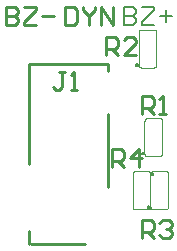
<source format=gto>
%FSTAX42Y42*%
%MOMM*%
%SFA1B1*%

%IPPOS*%
%ADD16C,0.130000*%
%ADD17C,0.050000*%
%ADD18C,0.250000*%
%ADD19C,0.200000*%
%LNpcb1-1*%
%LPD*%
G54D16*
X006066Y009509D02*
D01*
X006066Y00951*
X006066Y00951*
X006066Y009511*
X006066Y009511*
X006066Y009512*
X006066Y009512*
X006066Y009513*
X006065Y009513*
X006065Y009514*
X006065Y009514*
X006065Y009514*
X006064Y009515*
X006064Y009515*
X006063Y009515*
X006063Y009516*
X006063Y009516*
X006062Y009516*
X006062Y009516*
X006061Y009516*
X006061Y009516*
X00606Y009516*
X00606Y009516*
X006059*
X006059Y009516*
X006058Y009516*
X006058Y009516*
X006057Y009516*
X006057Y009516*
X006056Y009516*
X006056Y009516*
X006056Y009515*
X006055Y009515*
X006055Y009515*
X006054Y009514*
X006054Y009514*
X006054Y009514*
X006054Y009513*
X006053Y009513*
X006053Y009512*
X006053Y009512*
X006053Y009511*
X006053Y009511*
X006053Y00951*
X006053Y00951*
X006052Y009509*
X006053Y009509*
X006053Y009509*
X006053Y009508*
X006053Y009508*
X006053Y009507*
X006053Y009507*
X006053Y009506*
X006054Y009506*
X006054Y009505*
X006054Y009505*
X006054Y009505*
X006055Y009504*
X006055Y009504*
X006056Y009504*
X006056Y009503*
X006056Y009503*
X006057Y009503*
X006057Y009503*
X006058Y009503*
X006058Y009503*
X006059Y009503*
X006059Y009503*
X00606*
X00606Y009503*
X006061Y009503*
X006061Y009503*
X006062Y009503*
X006062Y009503*
X006063Y009503*
X006063Y009503*
X006063Y009504*
X006064Y009504*
X006064Y009504*
X006065Y009505*
X006065Y009505*
X006065Y009505*
X006065Y009506*
X006066Y009506*
X006066Y009507*
X006066Y009507*
X006066Y009508*
X006066Y009508*
X006066Y009509*
X006066Y009509*
X006066Y009509*
X006116Y008759D02*
D01*
X006116Y00876*
X006116Y00876*
X006116Y008761*
X006116Y008761*
X006116Y008762*
X006116Y008762*
X006116Y008763*
X006115Y008763*
X006115Y008764*
X006115Y008764*
X006115Y008764*
X006114Y008765*
X006114Y008765*
X006113Y008765*
X006113Y008766*
X006113Y008766*
X006112Y008766*
X006112Y008766*
X006111Y008766*
X006111Y008766*
X00611Y008766*
X00611Y008766*
X006109*
X006109Y008766*
X006108Y008766*
X006108Y008766*
X006107Y008766*
X006107Y008766*
X006106Y008766*
X006106Y008766*
X006106Y008765*
X006105Y008765*
X006105Y008765*
X006104Y008764*
X006104Y008764*
X006104Y008764*
X006104Y008763*
X006103Y008763*
X006103Y008762*
X006103Y008762*
X006103Y008761*
X006103Y008761*
X006103Y00876*
X006103Y00876*
X006102Y008759*
X006103Y008759*
X006103Y008759*
X006103Y008758*
X006103Y008758*
X006103Y008757*
X006103Y008757*
X006103Y008756*
X006104Y008756*
X006104Y008755*
X006104Y008755*
X006104Y008755*
X006105Y008754*
X006105Y008754*
X006106Y008754*
X006106Y008753*
X006106Y008753*
X006107Y008753*
X006107Y008753*
X006108Y008753*
X006108Y008753*
X006109Y008753*
X006109Y008753*
X00611*
X00611Y008753*
X006111Y008753*
X006111Y008753*
X006112Y008753*
X006112Y008753*
X006113Y008753*
X006113Y008753*
X006113Y008754*
X006114Y008754*
X006114Y008754*
X006115Y008755*
X006115Y008755*
X006115Y008755*
X006115Y008756*
X006116Y008756*
X006116Y008757*
X006116Y008757*
X006116Y008758*
X006116Y008758*
X006116Y008759*
X006116Y008759*
X006116Y008759*
X006166Y008309D02*
D01*
X006166Y00831*
X006166Y00831*
X006166Y008311*
X006166Y008311*
X006166Y008312*
X006166Y008312*
X006166Y008313*
X006165Y008313*
X006165Y008314*
X006165Y008314*
X006165Y008314*
X006164Y008315*
X006164Y008315*
X006163Y008315*
X006163Y008316*
X006163Y008316*
X006162Y008316*
X006162Y008316*
X006161Y008316*
X006161Y008316*
X00616Y008316*
X00616Y008316*
X006159*
X006159Y008316*
X006158Y008316*
X006158Y008316*
X006157Y008316*
X006157Y008316*
X006156Y008316*
X006156Y008316*
X006156Y008315*
X006155Y008315*
X006155Y008315*
X006154Y008314*
X006154Y008314*
X006154Y008314*
X006154Y008313*
X006153Y008313*
X006153Y008312*
X006153Y008312*
X006153Y008311*
X006153Y008311*
X006153Y00831*
X006153Y00831*
X006152Y008309*
X006153Y008309*
X006153Y008309*
X006153Y008308*
X006153Y008308*
X006153Y008307*
X006153Y008307*
X006153Y008306*
X006154Y008306*
X006154Y008305*
X006154Y008305*
X006154Y008305*
X006155Y008304*
X006155Y008304*
X006156Y008304*
X006156Y008303*
X006156Y008303*
X006157Y008303*
X006157Y008303*
X006158Y008303*
X006158Y008303*
X006159Y008303*
X006159Y008303*
X00616*
X00616Y008303*
X006161Y008303*
X006161Y008303*
X006162Y008303*
X006162Y008303*
X006163Y008303*
X006163Y008303*
X006163Y008304*
X006164Y008304*
X006164Y008304*
X006165Y008305*
X006165Y008305*
X006165Y008305*
X006165Y008306*
X006166Y008306*
X006166Y008307*
X006166Y008307*
X006166Y008308*
X006166Y008308*
X006166Y008309*
X006166Y008309*
X006166Y008309*
X006196Y008589D02*
D01*
X006196Y00859*
X006196Y00859*
X006196Y008591*
X006196Y008591*
X006196Y008592*
X006196Y008592*
X006196Y008593*
X006195Y008593*
X006195Y008594*
X006195Y008594*
X006195Y008594*
X006194Y008595*
X006194Y008595*
X006193Y008595*
X006193Y008596*
X006193Y008596*
X006192Y008596*
X006192Y008596*
X006191Y008596*
X006191Y008596*
X00619Y008596*
X00619Y008596*
X006189*
X006189Y008596*
X006188Y008596*
X006188Y008596*
X006187Y008596*
X006187Y008596*
X006186Y008596*
X006186Y008596*
X006186Y008595*
X006185Y008595*
X006185Y008595*
X006184Y008594*
X006184Y008594*
X006184Y008594*
X006184Y008593*
X006183Y008593*
X006183Y008592*
X006183Y008592*
X006183Y008591*
X006183Y008591*
X006183Y00859*
X006183Y00859*
X006182Y008589*
X006183Y008589*
X006183Y008589*
X006183Y008588*
X006183Y008588*
X006183Y008587*
X006183Y008587*
X006183Y008586*
X006184Y008586*
X006184Y008585*
X006184Y008585*
X006184Y008585*
X006185Y008584*
X006185Y008584*
X006186Y008584*
X006186Y008583*
X006186Y008583*
X006187Y008583*
X006187Y008583*
X006188Y008583*
X006188Y008583*
X006189Y008583*
X006189Y008583*
X00619*
X00619Y008583*
X006191Y008583*
X006191Y008583*
X006192Y008583*
X006192Y008583*
X006193Y008583*
X006193Y008583*
X006193Y008584*
X006194Y008584*
X006194Y008584*
X006195Y008585*
X006195Y008585*
X006195Y008585*
X006195Y008586*
X006196Y008586*
X006196Y008587*
X006196Y008587*
X006196Y008588*
X006196Y008588*
X006196Y008589*
X006196Y008589*
X006196Y008589*
G54D17*
X006094Y009809D02*
D01*
X006093Y009809*
X006092Y009809*
X00609Y009809*
X006089Y009809*
X006088Y009808*
X006086Y009808*
X006085Y009807*
X006084Y009806*
X006083Y009806*
X006082Y009805*
X006081Y009804*
X00608Y009803*
X006079Y009802*
X006078Y009801*
X006077Y009799*
X006077Y009798*
X006076Y009797*
X006075Y009796*
X006075Y009794*
X006075Y009793*
X006075Y009792*
X006075Y00979*
X006074Y009789*
X006224D02*
D01*
X006224Y009791*
X006224Y009792*
X006224Y009794*
X006224Y009795*
X006223Y009796*
X006223Y009798*
X006222Y009799*
X006221Y0098*
X006221Y009801*
X00622Y009802*
X006219Y009803*
X006218Y009804*
X006217Y009805*
X006216Y009806*
X006214Y009807*
X006213Y009807*
X006212Y009808*
X006211Y009809*
X006209Y009809*
X006208Y009809*
X006207Y009809*
X006205Y009809*
X006204Y009809*
Y009489D02*
D01*
X006206Y00949*
X006207Y00949*
X006209Y00949*
X00621Y00949*
X006211Y009491*
X006213Y009491*
X006214Y009492*
X006215Y009493*
X006216Y009493*
X006217Y009494*
X006218Y009495*
X006219Y009496*
X00622Y009497*
X006221Y009498*
X006222Y009499*
X006222Y009501*
X006223Y009502*
X006224Y009503*
X006224Y009505*
X006224Y009506*
X006224Y009507*
X006224Y009509*
X006224Y009509*
X006074D02*
D01*
X006075Y009508*
X006075Y009507*
X006075Y009505*
X006075Y009504*
X006076Y009503*
X006076Y009501*
X006077Y0095*
X006078Y009499*
X006078Y009498*
X006079Y009497*
X00608Y009496*
X006081Y009495*
X006082Y009494*
X006083Y009493*
X006084Y009492*
X006086Y009492*
X006087Y009491*
X006088Y00949*
X00609Y00949*
X006091Y00949*
X006092Y00949*
X006094Y00949*
X006094Y009489*
X006144Y009059D02*
D01*
X006143Y009059*
X006142Y009059*
X00614Y009059*
X006139Y009059*
X006138Y009058*
X006136Y009058*
X006135Y009057*
X006134Y009056*
X006133Y009056*
X006132Y009055*
X006131Y009054*
X00613Y009053*
X006129Y009052*
X006128Y009051*
X006127Y009049*
X006127Y009048*
X006126Y009047*
X006125Y009046*
X006125Y009044*
X006125Y009043*
X006125Y009042*
X006125Y00904*
X006124Y009039*
X006274D02*
D01*
X006274Y009041*
X006274Y009042*
X006274Y009044*
X006274Y009045*
X006273Y009046*
X006273Y009048*
X006272Y009049*
X006271Y00905*
X006271Y009051*
X00627Y009052*
X006269Y009053*
X006268Y009054*
X006267Y009055*
X006266Y009056*
X006264Y009057*
X006263Y009057*
X006262Y009058*
X006261Y009059*
X006259Y009059*
X006258Y009059*
X006257Y009059*
X006255Y009059*
X006254Y009059*
Y008739D02*
D01*
X006256Y00874*
X006257Y00874*
X006259Y00874*
X00626Y00874*
X006261Y008741*
X006263Y008741*
X006264Y008742*
X006265Y008743*
X006266Y008743*
X006267Y008744*
X006268Y008745*
X006269Y008746*
X00627Y008747*
X006271Y008748*
X006272Y008749*
X006272Y008751*
X006273Y008752*
X006274Y008753*
X006274Y008755*
X006274Y008756*
X006274Y008757*
X006274Y008759*
X006274Y008759*
X006124D02*
D01*
X006125Y008758*
X006125Y008757*
X006125Y008755*
X006125Y008754*
X006126Y008753*
X006126Y008751*
X006127Y00875*
X006128Y008749*
X006128Y008748*
X006129Y008747*
X00613Y008746*
X006131Y008745*
X006132Y008744*
X006133Y008743*
X006134Y008742*
X006136Y008742*
X006137Y008741*
X006138Y00874*
X00614Y00874*
X006141Y00874*
X006142Y00874*
X006144Y00874*
X006144Y008739*
X006194Y008609D02*
D01*
X006193Y008609*
X006192Y008609*
X00619Y008609*
X006189Y008609*
X006188Y008608*
X006186Y008608*
X006185Y008607*
X006184Y008606*
X006183Y008606*
X006182Y008605*
X006181Y008604*
X00618Y008603*
X006179Y008602*
X006178Y008601*
X006177Y008599*
X006177Y008598*
X006176Y008597*
X006175Y008596*
X006175Y008594*
X006175Y008593*
X006175Y008592*
X006175Y00859*
X006174Y008589*
X006324D02*
D01*
X006324Y008591*
X006324Y008592*
X006324Y008594*
X006324Y008595*
X006323Y008596*
X006323Y008598*
X006322Y008599*
X006321Y0086*
X006321Y008601*
X00632Y008602*
X006319Y008603*
X006318Y008604*
X006317Y008605*
X006316Y008606*
X006314Y008607*
X006313Y008607*
X006312Y008608*
X006311Y008609*
X006309Y008609*
X006308Y008609*
X006307Y008609*
X006305Y008609*
X006304Y008609*
Y008289D02*
D01*
X006306Y00829*
X006307Y00829*
X006309Y00829*
X00631Y00829*
X006311Y008291*
X006313Y008291*
X006314Y008292*
X006315Y008293*
X006316Y008293*
X006317Y008294*
X006318Y008295*
X006319Y008296*
X00632Y008297*
X006321Y008298*
X006322Y008299*
X006322Y008301*
X006323Y008302*
X006324Y008303*
X006324Y008305*
X006324Y008306*
X006324Y008307*
X006324Y008309*
X006324Y008309*
X006174D02*
D01*
X006175Y008308*
X006175Y008307*
X006175Y008305*
X006175Y008304*
X006176Y008303*
X006176Y008301*
X006177Y0083*
X006178Y008299*
X006178Y008298*
X006179Y008297*
X00618Y008296*
X006181Y008295*
X006182Y008294*
X006183Y008293*
X006184Y008292*
X006186Y008292*
X006187Y008291*
X006188Y00829*
X00619Y00829*
X006191Y00829*
X006192Y00829*
X006194Y00829*
X006194Y008289*
X006154D02*
D01*
X006156Y00829*
X006157Y00829*
X006159Y00829*
X00616Y00829*
X006161Y008291*
X006163Y008291*
X006164Y008292*
X006165Y008293*
X006166Y008293*
X006167Y008294*
X006168Y008295*
X006169Y008296*
X00617Y008297*
X006171Y008298*
X006172Y008299*
X006172Y008301*
X006173Y008302*
X006174Y008303*
X006174Y008305*
X006174Y008306*
X006174Y008307*
X006174Y008309*
X006174Y008309*
X006024D02*
D01*
X006025Y008308*
X006025Y008307*
X006025Y008305*
X006025Y008304*
X006026Y008303*
X006026Y008301*
X006027Y0083*
X006028Y008299*
X006028Y008298*
X006029Y008297*
X00603Y008296*
X006031Y008295*
X006032Y008294*
X006033Y008293*
X006034Y008292*
X006036Y008292*
X006037Y008291*
X006038Y00829*
X00604Y00829*
X006041Y00829*
X006042Y00829*
X006044Y00829*
X006044Y008289*
Y008609D02*
D01*
X006043Y008609*
X006042Y008609*
X00604Y008609*
X006039Y008609*
X006038Y008608*
X006036Y008608*
X006035Y008607*
X006034Y008606*
X006033Y008606*
X006032Y008605*
X006031Y008604*
X00603Y008603*
X006029Y008602*
X006028Y008601*
X006027Y008599*
X006027Y008598*
X006026Y008597*
X006025Y008596*
X006025Y008594*
X006025Y008593*
X006025Y008592*
X006025Y00859*
X006024Y008589*
X006174D02*
D01*
X006174Y008591*
X006174Y008592*
X006174Y008594*
X006174Y008595*
X006173Y008596*
X006173Y008598*
X006172Y008599*
X006171Y0086*
X006171Y008601*
X00617Y008602*
X006169Y008603*
X006168Y008604*
X006167Y008605*
X006166Y008606*
X006164Y008607*
X006163Y008607*
X006162Y008608*
X006161Y008609*
X006159Y008609*
X006158Y008609*
X006157Y008609*
X006155Y008609*
X006154Y008609*
X006094Y009489D02*
X006204D01*
X006224Y009509D02*
Y009789D01*
X006094Y009809D02*
X006204D01*
X006074Y009509D02*
Y009789D01*
X006144Y008739D02*
X006254D01*
X006274Y008759D02*
Y009039D01*
X006144Y009059D02*
X006254D01*
X006124Y008759D02*
Y009039D01*
X006194Y008289D02*
X006304D01*
X006324Y008309D02*
Y008589D01*
X006194Y008609D02*
X006304D01*
X006174Y008309D02*
Y008589D01*
X006044Y008609D02*
X006154D01*
X006024Y008309D02*
Y008589D01*
X006044Y008289D02*
X006154D01*
X006174Y008309D02*
Y008589D01*
G54D18*
X005149Y007999D02*
Y008109D01*
X005449Y007999D02*
X005619D01*
X005159D02*
X005449D01*
X005149Y008669D02*
Y009519D01*
X005819*
Y008479D02*
Y009099D01*
Y009459D02*
Y009519D01*
X005451Y009451D02*
X0054D01*
X005425*
Y009324*
X0054Y009299*
X005374*
X005349Y009324*
X005501Y009299D02*
X005552D01*
X005527*
Y009451*
X005501Y009426*
X005449Y010001D02*
Y009849D01*
X005525*
X005551Y009874*
Y009976*
X005525Y010001*
X005449*
X005601D02*
Y009976D01*
X005652Y009925*
X005703Y009976*
Y010001*
X005652Y009925D02*
Y009849D01*
X005754D02*
Y010001D01*
X005855Y009849*
Y010001*
X004949D02*
Y009849D01*
X005025*
X005051Y009874*
Y0099*
X005025Y009925*
X004949*
X005025*
X005051Y009951*
Y009976*
X005025Y010001*
X004949*
X005101D02*
X005203D01*
Y009976*
X005101Y009874*
Y009849*
X005203*
X005254Y009925D02*
X005355D01*
X006099Y009099D02*
Y009251D01*
X006175*
X006201Y009226*
Y009175*
X006175Y00915*
X006099*
X00615D02*
X006201Y009099D01*
X006251D02*
X006302D01*
X006277*
Y009251*
X006251Y009226*
X005799Y009599D02*
Y009751D01*
X005875*
X005901Y009726*
Y009675*
X005875Y00965*
X005799*
X00585D02*
X005901Y009599D01*
X006053D02*
X005951D01*
X006053Y009701*
Y009726*
X006028Y009751*
X005977*
X005951Y009726*
X006099Y008049D02*
Y008201D01*
X006175*
X006201Y008176*
Y008125*
X006175Y0081*
X006099*
X00615D02*
X006201Y008049D01*
X006251Y008176D02*
X006277Y008201D01*
X006328*
X006353Y008176*
Y008151*
X006328Y008125*
X006302*
X006328*
X006353Y0081*
Y008074*
X006328Y008049*
X006277*
X006251Y008074*
X005849Y008649D02*
Y008801D01*
X005925*
X005951Y008776*
Y008725*
X005925Y0087*
X005849*
X0059D02*
X005951Y008649D01*
X006078D02*
Y008801D01*
X006001Y008725*
X006103*
G54D19*
X005949Y010001D02*
Y009849D01*
X006025*
X006051Y009874*
Y0099*
X006025Y009925*
X005949*
X006025*
X006051Y009951*
Y009976*
X006025Y010001*
X005949*
X006101D02*
X006203D01*
Y009976*
X006101Y009874*
Y009849*
X006203*
X006254Y009925D02*
X006355D01*
X006304Y009976D02*
Y009874D01*
M02*
</source>
